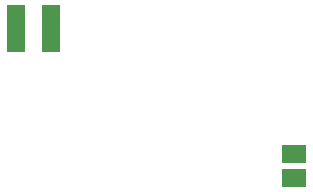
<source format=gbp>
G04 Layer: BottomPasteMaskLayer*
G04 EasyEDA v6.4.5, 2020-09-10T17:23:05--4:00*
G04 2e966794ef5b4dc9b60ed7227ec9bd29,ebf70693e8d24e819ce4a1bff5f43d4f,10*
G04 Gerber Generator version 0.2*
G04 Scale: 100 percent, Rotated: No, Reflected: No *
G04 Dimensions in millimeters *
G04 leading zeros omitted , absolute positions ,3 integer and 3 decimal *
%FSLAX33Y33*%
%MOMM*%
G90*
G71D02*

%ADD29R,1.999996X1.524000*%

%LPD*%
G36*
G01X6350Y35527D02*
G01X7874Y35527D01*
G01X7874Y31528D01*
G01X6350Y31528D01*
G01X6350Y35527D01*
G37*
G36*
G01X9271Y35527D02*
G01X10795Y35527D01*
G01X10795Y31528D01*
G01X9271Y31528D01*
G01X9271Y35527D01*
G37*
G54D29*
G01X30607Y20828D03*
G01X30607Y22860D03*
M00*
M02*

</source>
